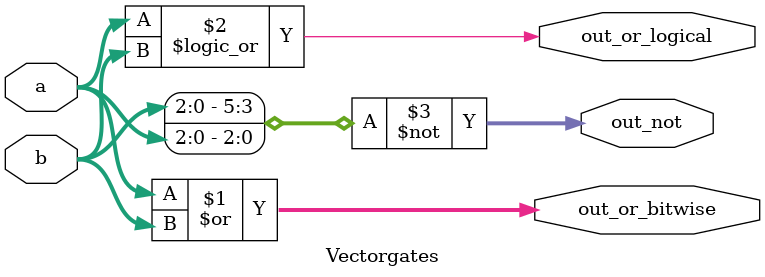
<source format=v>
`timescale 1ns / 1ps


module Vectorgates(
    input [2:0] a,
    input [2:0] b,
    output [2:0] out_or_bitwise,
    output out_or_logical,
    output [5:0] out_not
    );
	
	assign	out_or_bitwise=a|b;
	assign	out_or_logical=a||b;
	assign	out_not=~{b,a};
endmodule

</source>
